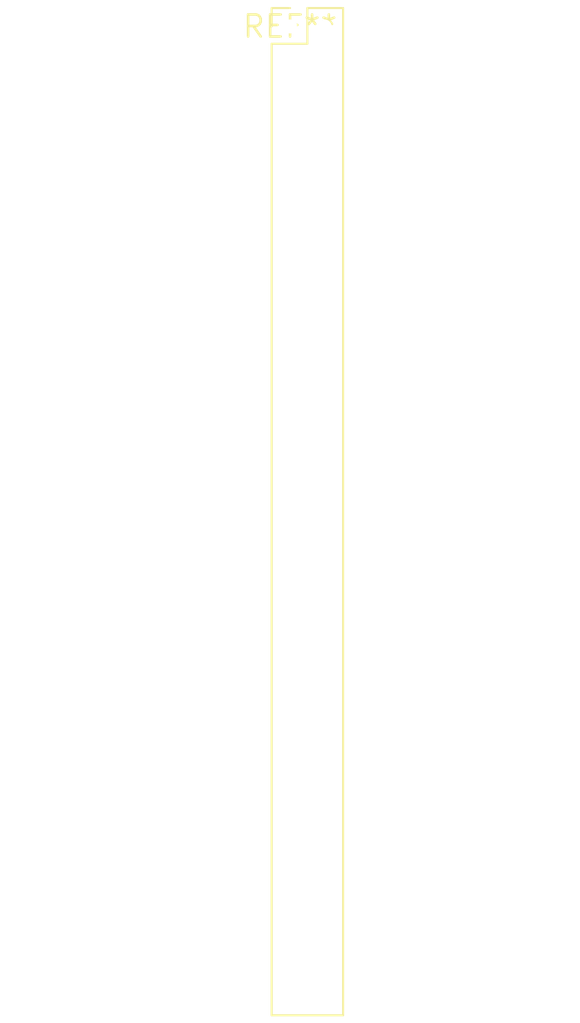
<source format=kicad_pcb>
(kicad_pcb (version 20240108) (generator pcbnew)
  (layers (0 "F.Cu" signal) (31 "B.Cu" signal) (34 "B.Paste" user) (35 "F.Paste" user) (36 "B.SilkS" user "B.Silkscreen") (37 "F.SilkS" user "F.Silkscreen") (38 "B.Mask" user) (39 "F.Mask" user) (44 "Edge.Cuts" user))
  (net 0 "")
  (footprint "PinHeader_2x29_P2.00mm_Vertical" (layer "F.Cu") (at 0 0)
    (property "Reference" "REF**")
    (property "Value" "PinHeader_2x29_P2.00mm_Vertical")
    (fp_line (start -1.06 -1.06) (end 0 -1.06) (layer "F.SilkS") (stroke (width 0.12)))
    (fp_line (start -1.06 0) (end -1.06 -1.06) (layer "F.SilkS") (stroke (width 0.12)))
    (fp_line (start -1.06 1) (end -1.06 57.06) (layer "F.SilkS") (stroke (width 0.12)))
    (fp_line (start -1.06 1) (end 1 1) (layer "F.SilkS") (stroke (width 0.12)))
    (fp_line (start -1.06 57.06) (end 3.06 57.06) (layer "F.SilkS") (stroke (width 0.12)))
    (fp_line (start 1 -1.06) (end 3.06 -1.06) (layer "F.SilkS") (stroke (width 0.12)))
    (fp_line (start 1 1) (end 1 -1.06) (layer "F.SilkS") (stroke (width 0.12)))
    (fp_line (start 3.06 -1.06) (end 3.06 57.06) (layer "F.SilkS") (stroke (width 0.12)))
    (pad "1" thru_hole rect (at 0 0) (size 1.35 1.35) (drill 0.8) (layers *.Cu *.Mask) (remove_unused_layers))
    (pad "2" thru_hole oval (at 2 0) (size 1.35 1.35) (drill 0.8) (layers *.Cu *.Mask) (remove_unused_layers))
    (pad "3" thru_hole oval (at 0 2) (size 1.35 1.35) (drill 0.8) (layers *.Cu *.Mask) (remove_unused_layers))
    (pad "4" thru_hole oval (at 2 2) (size 1.35 1.35) (drill 0.8) (layers *.Cu *.Mask) (remove_unused_layers))
    (pad "5" thru_hole oval (at 0 4) (size 1.35 1.35) (drill 0.8) (layers *.Cu *.Mask) (remove_unused_layers))
    (pad "6" thru_hole oval (at 2 4) (size 1.35 1.35) (drill 0.8) (layers *.Cu *.Mask) (remove_unused_layers))
    (pad "7" thru_hole oval (at 0 6) (size 1.35 1.35) (drill 0.8) (layers *.Cu *.Mask) (remove_unused_layers))
    (pad "8" thru_hole oval (at 2 6) (size 1.35 1.35) (drill 0.8) (layers *.Cu *.Mask) (remove_unused_layers))
    (pad "9" thru_hole oval (at 0 8) (size 1.35 1.35) (drill 0.8) (layers *.Cu *.Mask) (remove_unused_layers))
    (pad "10" thru_hole oval (at 2 8) (size 1.35 1.35) (drill 0.8) (layers *.Cu *.Mask) (remove_unused_layers))
    (pad "11" thru_hole oval (at 0 10) (size 1.35 1.35) (drill 0.8) (layers *.Cu *.Mask) (remove_unused_layers))
    (pad "12" thru_hole oval (at 2 10) (size 1.35 1.35) (drill 0.8) (layers *.Cu *.Mask) (remove_unused_layers))
    (pad "13" thru_hole oval (at 0 12) (size 1.35 1.35) (drill 0.8) (layers *.Cu *.Mask) (remove_unused_layers))
    (pad "14" thru_hole oval (at 2 12) (size 1.35 1.35) (drill 0.8) (layers *.Cu *.Mask) (remove_unused_layers))
    (pad "15" thru_hole oval (at 0 14) (size 1.35 1.35) (drill 0.8) (layers *.Cu *.Mask) (remove_unused_layers))
    (pad "16" thru_hole oval (at 2 14) (size 1.35 1.35) (drill 0.8) (layers *.Cu *.Mask) (remove_unused_layers))
    (pad "17" thru_hole oval (at 0 16) (size 1.35 1.35) (drill 0.8) (layers *.Cu *.Mask) (remove_unused_layers))
    (pad "18" thru_hole oval (at 2 16) (size 1.35 1.35) (drill 0.8) (layers *.Cu *.Mask) (remove_unused_layers))
    (pad "19" thru_hole oval (at 0 18) (size 1.35 1.35) (drill 0.8) (layers *.Cu *.Mask) (remove_unused_layers))
    (pad "20" thru_hole oval (at 2 18) (size 1.35 1.35) (drill 0.8) (layers *.Cu *.Mask) (remove_unused_layers))
    (pad "21" thru_hole oval (at 0 20) (size 1.35 1.35) (drill 0.8) (layers *.Cu *.Mask) (remove_unused_layers))
    (pad "22" thru_hole oval (at 2 20) (size 1.35 1.35) (drill 0.8) (layers *.Cu *.Mask) (remove_unused_layers))
    (pad "23" thru_hole oval (at 0 22) (size 1.35 1.35) (drill 0.8) (layers *.Cu *.Mask) (remove_unused_layers))
    (pad "24" thru_hole oval (at 2 22) (size 1.35 1.35) (drill 0.8) (layers *.Cu *.Mask) (remove_unused_layers))
    (pad "25" thru_hole oval (at 0 24) (size 1.35 1.35) (drill 0.8) (layers *.Cu *.Mask) (remove_unused_layers))
    (pad "26" thru_hole oval (at 2 24) (size 1.35 1.35) (drill 0.8) (layers *.Cu *.Mask) (remove_unused_layers))
    (pad "27" thru_hole oval (at 0 26) (size 1.35 1.35) (drill 0.8) (layers *.Cu *.Mask) (remove_unused_layers))
    (pad "28" thru_hole oval (at 2 26) (size 1.35 1.35) (drill 0.8) (layers *.Cu *.Mask) (remove_unused_layers))
    (pad "29" thru_hole oval (at 0 28) (size 1.35 1.35) (drill 0.8) (layers *.Cu *.Mask) (remove_unused_layers))
    (pad "30" thru_hole oval (at 2 28) (size 1.35 1.35) (drill 0.8) (layers *.Cu *.Mask) (remove_unused_layers))
    (pad "31" thru_hole oval (at 0 30) (size 1.35 1.35) (drill 0.8) (layers *.Cu *.Mask) (remove_unused_layers))
    (pad "32" thru_hole oval (at 2 30) (size 1.35 1.35) (drill 0.8) (layers *.Cu *.Mask) (remove_unused_layers))
    (pad "33" thru_hole oval (at 0 32) (size 1.35 1.35) (drill 0.8) (layers *.Cu *.Mask) (remove_unused_layers))
    (pad "34" thru_hole oval (at 2 32) (size 1.35 1.35) (drill 0.8) (layers *.Cu *.Mask) (remove_unused_layers))
    (pad "35" thru_hole oval (at 0 34) (size 1.35 1.35) (drill 0.8) (layers *.Cu *.Mask) (remove_unused_layers))
    (pad "36" thru_hole oval (at 2 34) (size 1.35 1.35) (drill 0.8) (layers *.Cu *.Mask) (remove_unused_layers))
    (pad "37" thru_hole oval (at 0 36) (size 1.35 1.35) (drill 0.8) (layers *.Cu *.Mask) (remove_unused_layers))
    (pad "38" thru_hole oval (at 2 36) (size 1.35 1.35) (drill 0.8) (layers *.Cu *.Mask) (remove_unused_layers))
    (pad "39" thru_hole oval (at 0 38) (size 1.35 1.35) (drill 0.8) (layers *.Cu *.Mask) (remove_unused_layers))
    (pad "40" thru_hole oval (at 2 38) (size 1.35 1.35) (drill 0.8) (layers *.Cu *.Mask) (remove_unused_layers))
    (pad "41" thru_hole oval (at 0 40) (size 1.35 1.35) (drill 0.8) (layers *.Cu *.Mask) (remove_unused_layers))
    (pad "42" thru_hole oval (at 2 40) (size 1.35 1.35) (drill 0.8) (layers *.Cu *.Mask) (remove_unused_layers))
    (pad "43" thru_hole oval (at 0 42) (size 1.35 1.35) (drill 0.8) (layers *.Cu *.Mask) (remove_unused_layers))
    (pad "44" thru_hole oval (at 2 42) (size 1.35 1.35) (drill 0.8) (layers *.Cu *.Mask) (remove_unused_layers))
    (pad "45" thru_hole oval (at 0 44) (size 1.35 1.35) (drill 0.8) (layers *.Cu *.Mask) (remove_unused_layers))
    (pad "46" thru_hole oval (at 2 44) (size 1.35 1.35) (drill 0.8) (layers *.Cu *.Mask) (remove_unused_layers))
    (pad "47" thru_hole oval (at 0 46) (size 1.35 1.35) (drill 0.8) (layers *.Cu *.Mask) (remove_unused_layers))
    (pad "48" thru_hole oval (at 2 46) (size 1.35 1.35) (drill 0.8) (layers *.Cu *.Mask) (remove_unused_layers))
    (pad "49" thru_hole oval (at 0 48) (size 1.35 1.35) (drill 0.8) (layers *.Cu *.Mask) (remove_unused_layers))
    (pad "50" thru_hole oval (at 2 48) (size 1.35 1.35) (drill 0.8) (layers *.Cu *.Mask) (remove_unused_layers))
    (pad "51" thru_hole oval (at 0 50) (size 1.35 1.35) (drill 0.8) (layers *.Cu *.Mask) (remove_unused_layers))
    (pad "52" thru_hole oval (at 2 50) (size 1.35 1.35) (drill 0.8) (layers *.Cu *.Mask) (remove_unused_layers))
    (pad "53" thru_hole oval (at 0 52) (size 1.35 1.35) (drill 0.8) (layers *.Cu *.Mask) (remove_unused_layers))
    (pad "54" thru_hole oval (at 2 52) (size 1.35 1.35) (drill 0.8) (layers *.Cu *.Mask) (remove_unused_layers))
    (pad "55" thru_hole oval (at 0 54) (size 1.35 1.35) (drill 0.8) (layers *.Cu *.Mask) (remove_unused_layers))
    (pad "56" thru_hole oval (at 2 54) (size 1.35 1.35) (drill 0.8) (layers *.Cu *.Mask) (remove_unused_layers))
    (pad "57" thru_hole oval (at 0 56) (size 1.35 1.35) (drill 0.8) (layers *.Cu *.Mask) (remove_unused_layers))
    (pad "58" thru_hole oval (at 2 56) (size 1.35 1.35) (drill 0.8) (layers *.Cu *.Mask) (remove_unused_layers))
  )
)
</source>
